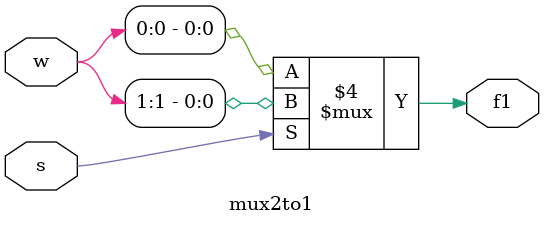
<source format=v>
module mux4to1(W,S,f);
input [0:3] W;
input [1:0] S;
output f;
wire [0:1] k;
mux2to1 stage0 (W[0:1],S[0],k[0]);
mux2to1 stage1 (W[2:3],S[0],k[1]);
mux2to1 stage2 (k[0:1],S[1],f);
endmodule

module mux2to1(w,s,f1);
input [0:1] w;
input s;
output f1;
reg f1;
always @(w or s)
if (s==0) f1=w[0];
else f1=w[1];
endmodule

</source>
